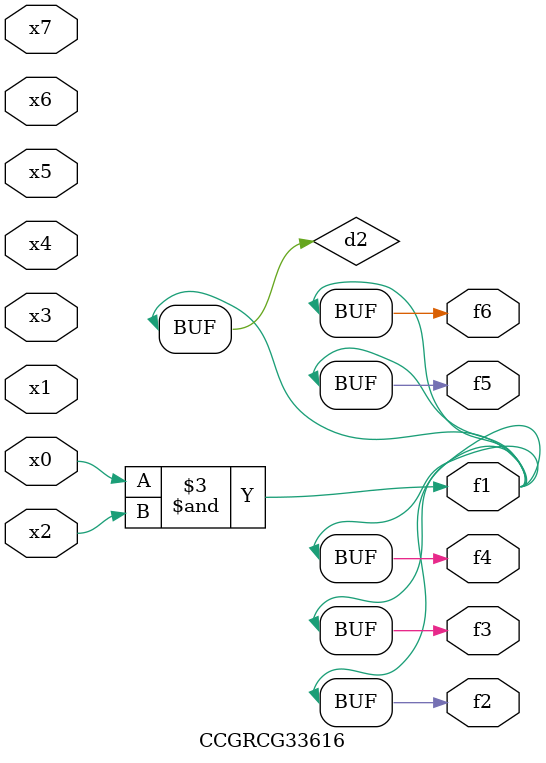
<source format=v>
module CCGRCG33616(
	input x0, x1, x2, x3, x4, x5, x6, x7,
	output f1, f2, f3, f4, f5, f6
);

	wire d1, d2;

	nor (d1, x3, x6);
	and (d2, x0, x2);
	assign f1 = d2;
	assign f2 = d2;
	assign f3 = d2;
	assign f4 = d2;
	assign f5 = d2;
	assign f6 = d2;
endmodule

</source>
